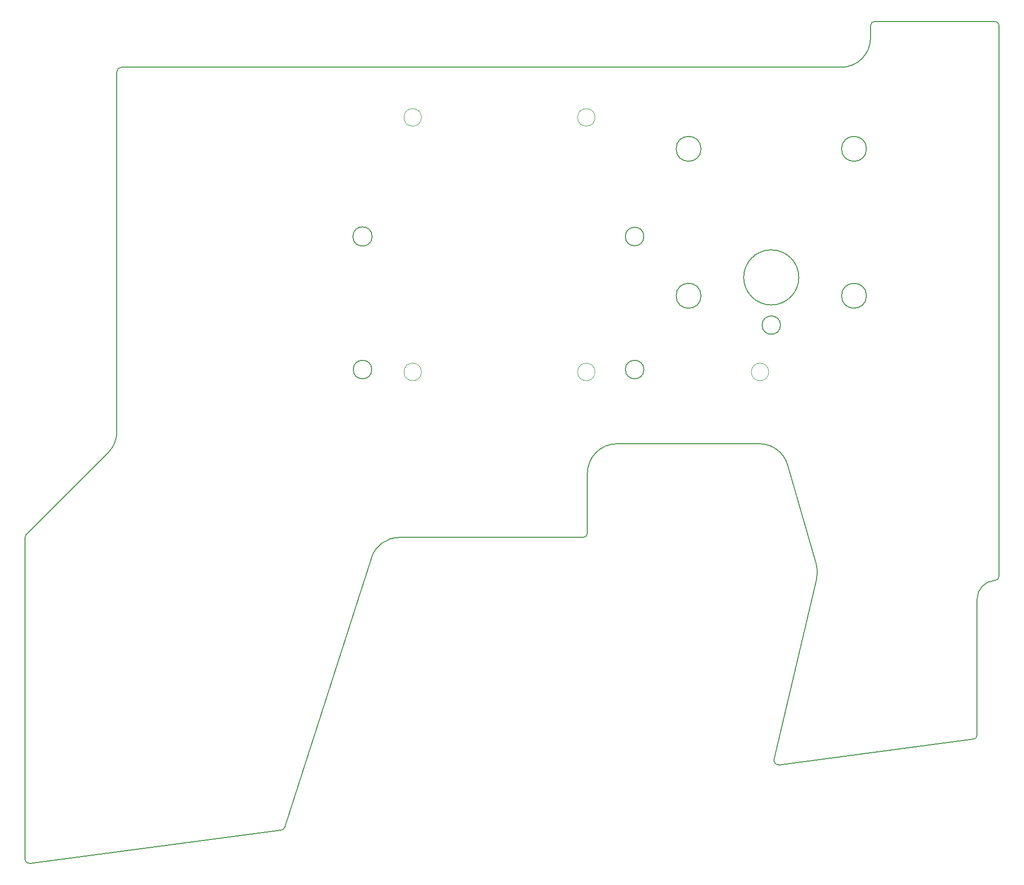
<source format=gbr>
%TF.GenerationSoftware,KiCad,Pcbnew,(6.0.9)*%
%TF.CreationDate,2022-12-26T21:29:22-09:00*%
%TF.ProjectId,PCB_ SELECT JETT PANEL,5043422c-2053-4454-9c45-4354204a4554,rev?*%
%TF.SameCoordinates,Original*%
%TF.FileFunction,Profile,NP*%
%FSLAX46Y46*%
G04 Gerber Fmt 4.6, Leading zero omitted, Abs format (unit mm)*
G04 Created by KiCad (PCBNEW (6.0.9)) date 2022-12-26 21:29:22*
%MOMM*%
%LPD*%
G01*
G04 APERTURE LIST*
%TA.AperFunction,Profile*%
%ADD10C,0.150000*%
%TD*%
%TA.AperFunction,Profile*%
%ADD11C,0.200000*%
%TD*%
%TA.AperFunction,Profile*%
%ADD12C,0.050000*%
%TD*%
G04 APERTURE END LIST*
D10*
X171940000Y-58590000D02*
G75*
G03*
X171940000Y-58590000I-1600000J0D01*
G01*
D11*
X79423800Y-95937810D02*
G75*
G03*
X80911703Y-92345713I-3592100J3592110D01*
G01*
X201702416Y-115184498D02*
X196778284Y-98097769D01*
D10*
X171940000Y-81590000D02*
G75*
G03*
X171940000Y-81590000I-1600000J0D01*
G01*
D11*
X191896940Y-94424497D02*
X167271704Y-94424497D01*
X181806850Y-68834000D02*
G75*
G03*
X181806850Y-68834000I-2152650J0D01*
G01*
D10*
X124940000Y-81590000D02*
G75*
G03*
X124940000Y-81590000I-1600000J0D01*
G01*
D11*
X198704200Y-65659000D02*
G75*
G03*
X198704200Y-65659000I-4762500J0D01*
G01*
X167271704Y-94424504D02*
G75*
G03*
X162191704Y-99504497I-4J-5079996D01*
G01*
X195529200Y-73914000D02*
G75*
G03*
X195529200Y-73914000I-1587500J0D01*
G01*
X232574287Y-118048109D02*
G75*
G03*
X233311706Y-117285898I-24587J761609D01*
G01*
X65036675Y-166191924D02*
G75*
G03*
X65898168Y-166947405I762025J24D01*
G01*
X211848693Y-21399492D02*
G75*
G03*
X211086692Y-22161502I7J-762008D01*
G01*
X211086694Y-24257001D02*
X211086693Y-22161501D01*
X206006694Y-29336993D02*
G75*
G03*
X211086693Y-24257001I6J5079993D01*
G01*
X81673694Y-29337018D02*
X206006694Y-29337000D01*
D12*
X163510000Y-38000000D02*
G75*
G03*
X163510000Y-38000000I-1510000J0D01*
G01*
D11*
X109262404Y-161238345D02*
G75*
G03*
X109888473Y-160715854I-99404J755445D01*
G01*
X65259919Y-110101762D02*
G75*
G03*
X65036708Y-110640550I538781J-538838D01*
G01*
X211848693Y-21399499D02*
X232549693Y-21399498D01*
X194447248Y-148983492D02*
G75*
G03*
X195288724Y-149912823I741852J-173908D01*
G01*
X233311693Y-22161498D02*
X233311706Y-117286545D01*
X228839172Y-145495818D02*
X195288590Y-149912841D01*
X65259892Y-110101735D02*
X79423806Y-95937816D01*
X161429704Y-110616997D02*
X129699459Y-110616997D01*
D12*
X193510000Y-82000000D02*
G75*
G03*
X193510000Y-82000000I-1510000J0D01*
G01*
X133510000Y-38000000D02*
G75*
G03*
X133510000Y-38000000I-1510000J0D01*
G01*
D11*
X161429704Y-110617004D02*
G75*
G03*
X162191704Y-109854997I-4J762004D01*
G01*
X81673694Y-29336995D02*
G75*
G03*
X80911695Y-30099019I6J-762005D01*
G01*
D10*
X125000000Y-58590000D02*
G75*
G03*
X125000000Y-58590000I-1660000J0D01*
G01*
D11*
X233311702Y-22161498D02*
G75*
G03*
X232549693Y-21399498I-762002J-2D01*
G01*
X162191704Y-99504497D02*
X162191704Y-109854997D01*
X181806850Y-43434000D02*
G75*
G03*
X181806850Y-43434000I-2152650J0D01*
G01*
X232574288Y-118048160D02*
G75*
G03*
X229501709Y-121224187I102412J-3173340D01*
G01*
D12*
X133510000Y-82000000D02*
G75*
G03*
X133510000Y-82000000I-1510000J0D01*
G01*
D11*
X124863295Y-114142031D02*
X109888375Y-160716158D01*
X210381850Y-68834000D02*
G75*
G03*
X210381850Y-68834000I-2152650J0D01*
G01*
X65036707Y-166191924D02*
X65036707Y-110640550D01*
X194447231Y-148983488D02*
X201767059Y-117750373D01*
X201767046Y-117750370D02*
G75*
G03*
X201701581Y-115181603I-4945946J1159170D01*
G01*
X210381850Y-43434000D02*
G75*
G03*
X210381850Y-43434000I-2152650J0D01*
G01*
X228839168Y-145495791D02*
G75*
G03*
X229501711Y-144740337I-99468J755491D01*
G01*
X229501708Y-121221497D02*
X229501711Y-144740337D01*
X129699459Y-110616959D02*
G75*
G03*
X124862641Y-114144065I41J-5080041D01*
G01*
X109262411Y-161238395D02*
X65898168Y-166947405D01*
X196778249Y-98097779D02*
G75*
G03*
X191899053Y-94424497I-4881349J-1406721D01*
G01*
X80911703Y-92345714D02*
X80911695Y-30099018D01*
D12*
X163510000Y-82000000D02*
G75*
G03*
X163510000Y-82000000I-1510000J0D01*
G01*
M02*

</source>
